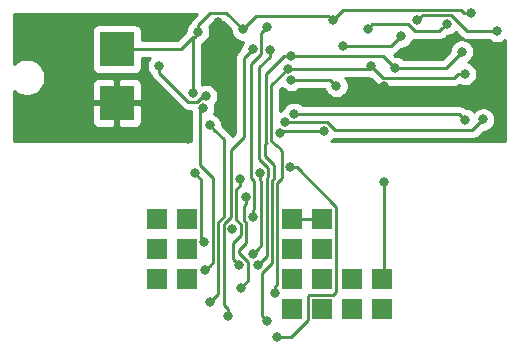
<source format=gbr>
G04 #@! TF.GenerationSoftware,KiCad,Pcbnew,(5.1.5)-3*
G04 #@! TF.CreationDate,2020-04-07T22:18:27-04:00*
G04 #@! TF.ProjectId,PicoTrackerWSPR2Rev2,5069636f-5472-4616-936b-657257535052,rev?*
G04 #@! TF.SameCoordinates,Original*
G04 #@! TF.FileFunction,Copper,L2,Bot*
G04 #@! TF.FilePolarity,Positive*
%FSLAX46Y46*%
G04 Gerber Fmt 4.6, Leading zero omitted, Abs format (unit mm)*
G04 Created by KiCad (PCBNEW (5.1.5)-3) date 2020-04-07 22:18:27*
%MOMM*%
%LPD*%
G04 APERTURE LIST*
%ADD10R,3.000000X3.000000*%
%ADD11R,1.700000X1.700000*%
%ADD12C,0.800000*%
%ADD13C,0.250000*%
%ADD14C,0.254000*%
G04 APERTURE END LIST*
D10*
X80010000Y-70253000D03*
X80010000Y-74803000D03*
D11*
X85979000Y-84645500D03*
X83439000Y-84645500D03*
X97409000Y-84645500D03*
X94869000Y-84645500D03*
X94869000Y-87185500D03*
X99949000Y-89725500D03*
X99949000Y-92265500D03*
X97409000Y-89725500D03*
X97409000Y-92265500D03*
X85979000Y-89725500D03*
X85979000Y-87185500D03*
X83439000Y-89725500D03*
X83439000Y-87185500D03*
X94869000Y-92265500D03*
X94869000Y-89725500D03*
X102489000Y-89725500D03*
X102489000Y-92265500D03*
X97409000Y-87185500D03*
D12*
X110744000Y-70866000D03*
X108458000Y-74168000D03*
X89662000Y-74168000D03*
X80264000Y-74676000D03*
X100050991Y-73660000D03*
X102597087Y-73406153D03*
X86614000Y-80771994D03*
X87429002Y-86614000D03*
X105410000Y-69850000D03*
X96774000Y-74168000D03*
X89478103Y-69729454D03*
X88551544Y-67916989D03*
X87868002Y-72009000D03*
X82880200Y-67614800D03*
X97536000Y-77216000D03*
X93827032Y-77355329D03*
X98298000Y-67818004D03*
X90678000Y-68580000D03*
X109972276Y-67198010D03*
X86878059Y-68794720D03*
X86437844Y-73964800D03*
X104064312Y-69166575D03*
X99146624Y-69987195D03*
X91943800Y-88506554D03*
X92959699Y-70317012D03*
X89429204Y-92819009D03*
X91509689Y-70270476D03*
X109486814Y-72353177D03*
X94507642Y-71895108D03*
X93377021Y-90932000D03*
X101555629Y-71704607D03*
X94742014Y-70866000D03*
X92713766Y-93269020D03*
X103559009Y-71840011D03*
X109236041Y-70461306D03*
X90502067Y-90450510D03*
X90932000Y-82803988D03*
X92119232Y-80725303D03*
X91537032Y-87593010D03*
X92719493Y-68366994D03*
X91538910Y-84474595D03*
X90424000Y-81248328D03*
X90330844Y-88485145D03*
X87884000Y-91694000D03*
X87884000Y-76708000D03*
X87468304Y-88978377D03*
X87330307Y-75218417D03*
X101253994Y-68543010D03*
X107950000Y-68098061D03*
X112180808Y-68697972D03*
X105426080Y-67818000D03*
X102616000Y-81534000D03*
X89780156Y-85438979D03*
X93566235Y-94615495D03*
X94705010Y-80264008D03*
X83592388Y-71664193D03*
X87552500Y-74222961D03*
X109474000Y-76236990D03*
X95022024Y-75727343D03*
X111026665Y-76196151D03*
X94278545Y-76396121D03*
X94787543Y-72855150D03*
X98600979Y-73366086D03*
D13*
X87154001Y-86338999D02*
X87429002Y-86614000D01*
X87154001Y-81311995D02*
X87154001Y-86338999D01*
X86614000Y-80771994D02*
X87154001Y-81311995D01*
X88551544Y-68802895D02*
X88551544Y-67916989D01*
X89478103Y-69729454D02*
X88551544Y-68802895D01*
X93966361Y-77216000D02*
X93827032Y-77355329D01*
X97536000Y-77216000D02*
X93966361Y-77216000D01*
X91077999Y-68180001D02*
X90678000Y-68580000D01*
X98298000Y-67818004D02*
X97898001Y-67418005D01*
X97898001Y-67418005D02*
X91839995Y-67418005D01*
X91839995Y-67418005D02*
X91077999Y-68180001D01*
X96309000Y-84645500D02*
X94869000Y-84645500D01*
X97409000Y-84645500D02*
X96309000Y-84645500D01*
X98298000Y-67818004D02*
X99192994Y-66923010D01*
X109131591Y-66923010D02*
X109406591Y-67198010D01*
X109406591Y-67198010D02*
X109972276Y-67198010D01*
X99192994Y-66923010D02*
X109131591Y-66923010D01*
X86478067Y-69194677D02*
X86593381Y-69194677D01*
X86878059Y-68909999D02*
X86878059Y-68794720D01*
X85419744Y-70253000D02*
X86478067Y-69194677D01*
X90678000Y-68580000D02*
X89289987Y-67191987D01*
X89289987Y-67191987D02*
X87915107Y-67191987D01*
X86878059Y-68229035D02*
X86878059Y-68794720D01*
X80010000Y-70253000D02*
X85419744Y-70253000D01*
X86593381Y-69194677D02*
X86878059Y-68909999D01*
X87915107Y-67191987D02*
X86878059Y-68229035D01*
X86478067Y-69194677D02*
X86437844Y-69234900D01*
X86437844Y-73399115D02*
X86437844Y-73964800D01*
X86437844Y-69234900D02*
X86437844Y-73399115D01*
X103243692Y-69987195D02*
X99712309Y-69987195D01*
X99712309Y-69987195D02*
X99146624Y-69987195D01*
X104064312Y-69166575D02*
X103243692Y-69987195D01*
X92055426Y-79557256D02*
X92055426Y-71786970D01*
X92844242Y-80346072D02*
X92055426Y-79557256D01*
X92844242Y-81042075D02*
X92844242Y-80346072D01*
X92713922Y-81172395D02*
X92844242Y-81042075D01*
X92055426Y-71786970D02*
X92959699Y-70882697D01*
X92713922Y-87736432D02*
X92713922Y-81172395D01*
X91943800Y-88506554D02*
X92713922Y-87736432D01*
X92959699Y-70882697D02*
X92959699Y-70317012D01*
X89055155Y-91879275D02*
X89055155Y-85093418D01*
X89429204Y-92253324D02*
X89055155Y-91879275D01*
X89662000Y-84486573D02*
X89662000Y-78809804D01*
X91109690Y-70670475D02*
X91509689Y-70270476D01*
X89055155Y-85093418D02*
X89662000Y-84486573D01*
X89429204Y-92819009D02*
X89429204Y-92253324D01*
X90786001Y-77685803D02*
X90786001Y-70994164D01*
X89662000Y-78809804D02*
X90786001Y-77685803D01*
X90786001Y-70994164D02*
X91109690Y-70670475D01*
X101365128Y-71895108D02*
X101555629Y-71704607D01*
X94507642Y-71895108D02*
X101365128Y-71895108D01*
X102532174Y-72681152D02*
X101955628Y-72104606D01*
X101955628Y-72104606D02*
X101555629Y-71704607D01*
X108921129Y-72353177D02*
X108593154Y-72681152D01*
X108593154Y-72681152D02*
X102532174Y-72681152D01*
X109486814Y-72353177D02*
X108921129Y-72353177D01*
X93377021Y-90366315D02*
X93377021Y-90932000D01*
X93615390Y-90127946D02*
X93377021Y-90366315D01*
X93980000Y-78865590D02*
X93980000Y-81179138D01*
X93980000Y-81179138D02*
X93615390Y-81543748D01*
X93102022Y-73300728D02*
X93102022Y-77987612D01*
X93615390Y-81543748D02*
X93615390Y-90127946D01*
X93486387Y-78371978D02*
X93492659Y-78371257D01*
X93806817Y-78652618D02*
X93806649Y-78692238D01*
X93102022Y-77987612D02*
X93486387Y-78371978D01*
X93492659Y-78371257D02*
X93538940Y-78408006D01*
X93806649Y-78692238D02*
X93980000Y-78865590D01*
X93564391Y-78408115D02*
X93806817Y-78652618D01*
X94507642Y-71895108D02*
X93102022Y-73300728D01*
X93538940Y-78408006D02*
X93564391Y-78408115D01*
X94176329Y-70866000D02*
X94742014Y-70866000D01*
X92652011Y-72390318D02*
X94176329Y-70866000D01*
X92652011Y-78174011D02*
X92652011Y-72390318D01*
X92710000Y-78232000D02*
X92652011Y-78174011D01*
X102584998Y-70866000D02*
X103559009Y-71840011D01*
X94742014Y-70866000D02*
X102584998Y-70866000D01*
X93163933Y-81358795D02*
X93163933Y-88359425D01*
X92652011Y-78174011D02*
X92537399Y-78288623D01*
X93294253Y-80086253D02*
X93294253Y-81228475D01*
X92537399Y-79329399D02*
X93294253Y-80086253D01*
X92537399Y-78288623D02*
X92537399Y-79329399D01*
X93294253Y-81228475D02*
X93163933Y-81358795D01*
X92313767Y-89209591D02*
X92313767Y-92869021D01*
X92313767Y-92869021D02*
X92713766Y-93269020D01*
X93163933Y-88359425D02*
X92313767Y-89209591D01*
X103559009Y-71840011D02*
X107857336Y-71840011D01*
X107857336Y-71840011D02*
X109236041Y-70461306D01*
X91149001Y-88277983D02*
X90355420Y-87484402D01*
X90955168Y-86650668D02*
X90955168Y-84904578D01*
X90812742Y-83488931D02*
X90932000Y-83369673D01*
X91149001Y-89803576D02*
X91149001Y-88277983D01*
X90955168Y-84904578D02*
X90812742Y-84762152D01*
X90812742Y-84762152D02*
X90812742Y-83488931D01*
X90355420Y-87250416D02*
X90955168Y-86650668D01*
X90355420Y-87484402D02*
X90355420Y-87250416D01*
X90932000Y-83369673D02*
X90932000Y-82803988D01*
X90502067Y-90450510D02*
X91149001Y-89803576D01*
X92263911Y-81435667D02*
X92263911Y-86866131D01*
X92263911Y-86866131D02*
X91937031Y-87193011D01*
X91937031Y-87193011D02*
X91537032Y-87593010D01*
X92119232Y-81290988D02*
X92263911Y-81435667D01*
X92119232Y-80725303D02*
X92119232Y-81290988D01*
X91657001Y-83790819D02*
X91538910Y-83908910D01*
X92234689Y-68851798D02*
X92234689Y-70618477D01*
X92719493Y-68366994D02*
X92234689Y-68851798D01*
X91538910Y-83908910D02*
X91538910Y-84474595D01*
X91657001Y-81439999D02*
X91657001Y-83790819D01*
X91352785Y-81135783D02*
X91657001Y-81439999D01*
X92234689Y-70618477D02*
X91352785Y-71500381D01*
X91352785Y-71500381D02*
X91352785Y-81135783D01*
X90112011Y-82126002D02*
X90112011Y-84697832D01*
X90424000Y-81248328D02*
X90424000Y-81814013D01*
X90424000Y-81814013D02*
X90112011Y-82126002D01*
X90112011Y-84697832D02*
X90505157Y-85090978D01*
X90505157Y-85090978D02*
X90505157Y-85969035D01*
X89821012Y-86653180D02*
X89821012Y-87975313D01*
X89821012Y-87975313D02*
X89930845Y-88085146D01*
X89930845Y-88085146D02*
X90330844Y-88485145D01*
X90505157Y-85969035D02*
X89821012Y-86653180D01*
X89059012Y-77883012D02*
X88283999Y-77107999D01*
X88605144Y-84907018D02*
X89059012Y-84453150D01*
X87884000Y-91694000D02*
X88605144Y-90972856D01*
X88283999Y-77107999D02*
X87884000Y-76708000D01*
X89059012Y-84453150D02*
X89059012Y-77883012D01*
X88605144Y-90972856D02*
X88605144Y-84907018D01*
X87330307Y-75218417D02*
X87027999Y-75520725D01*
X87027999Y-75520725D02*
X87027999Y-80046997D01*
X87027999Y-80046997D02*
X88154004Y-81173002D01*
X87868303Y-88578378D02*
X87468304Y-88978377D01*
X88154004Y-81173002D02*
X88154004Y-88292677D01*
X88154004Y-88292677D02*
X87868303Y-88578378D01*
X104701011Y-68143011D02*
X105283999Y-68725999D01*
X107550001Y-68498060D02*
X107950000Y-68098061D01*
X101253994Y-68543010D02*
X101653993Y-68143011D01*
X105283999Y-68725999D02*
X107322062Y-68725999D01*
X101653993Y-68143011D02*
X104701011Y-68143011D01*
X107322062Y-68725999D02*
X107550001Y-68498060D01*
X105826079Y-67418001D02*
X105426080Y-67818000D01*
X109649004Y-68697972D02*
X108324053Y-67373021D01*
X108324053Y-67373021D02*
X105871059Y-67373021D01*
X112180808Y-68697972D02*
X109649004Y-68697972D01*
X105871059Y-67373021D02*
X105826079Y-67418001D01*
X102616000Y-89598500D02*
X102489000Y-89725500D01*
X102616000Y-81534000D02*
X102616000Y-89598500D01*
X98584001Y-90835501D02*
X98584001Y-83577314D01*
X98584001Y-83577314D02*
X95270695Y-80264008D01*
X96298999Y-91090499D02*
X98329003Y-91090499D01*
X96233999Y-91155499D02*
X96298999Y-91090499D01*
X96233999Y-93185503D02*
X96233999Y-91155499D01*
X93566235Y-94615495D02*
X94804007Y-94615495D01*
X98329003Y-91090499D02*
X98584001Y-90835501D01*
X95270695Y-80264008D02*
X94705010Y-80264008D01*
X94804007Y-94615495D02*
X96233999Y-93185503D01*
X86785238Y-74717472D02*
X86079982Y-74717472D01*
X86079982Y-74717472D02*
X83592388Y-72229878D01*
X87552500Y-74222961D02*
X87279749Y-74222961D01*
X87279749Y-74222961D02*
X86785238Y-74717472D01*
X83592388Y-72229878D02*
X83592388Y-71664193D01*
X109474000Y-76236990D02*
X108964353Y-75727343D01*
X108964353Y-75727343D02*
X95587709Y-75727343D01*
X95587709Y-75727343D02*
X95022024Y-75727343D01*
X98501003Y-77107999D02*
X97845349Y-76452345D01*
X110114817Y-77107999D02*
X98501003Y-77107999D01*
X111026665Y-76196151D02*
X110114817Y-77107999D01*
X94334769Y-76452345D02*
X94278545Y-76396121D01*
X97845349Y-76452345D02*
X94334769Y-76452345D01*
X94787543Y-72855150D02*
X98090043Y-72855150D01*
X98090043Y-72855150D02*
X98600979Y-73366086D01*
D14*
G36*
X86367061Y-67665231D02*
G01*
X86338058Y-67689034D01*
X86288798Y-67749058D01*
X86243085Y-67804759D01*
X86181366Y-67920226D01*
X86172513Y-67936789D01*
X86129073Y-68079995D01*
X86074122Y-68134946D01*
X85960854Y-68304464D01*
X85882833Y-68492822D01*
X85843059Y-68692781D01*
X85843059Y-68754883D01*
X85104943Y-69493000D01*
X82148072Y-69493000D01*
X82148072Y-68753000D01*
X82135812Y-68628518D01*
X82099502Y-68508820D01*
X82040537Y-68398506D01*
X81961185Y-68301815D01*
X81864494Y-68222463D01*
X81754180Y-68163498D01*
X81634482Y-68127188D01*
X81510000Y-68114928D01*
X78510000Y-68114928D01*
X78385518Y-68127188D01*
X78265820Y-68163498D01*
X78155506Y-68222463D01*
X78058815Y-68301815D01*
X77979463Y-68398506D01*
X77920498Y-68508820D01*
X77884188Y-68628518D01*
X77871928Y-68753000D01*
X77871928Y-71753000D01*
X77884188Y-71877482D01*
X77920498Y-71997180D01*
X77979463Y-72107494D01*
X78058815Y-72204185D01*
X78155506Y-72283537D01*
X78265820Y-72342502D01*
X78385518Y-72378812D01*
X78510000Y-72391072D01*
X81510000Y-72391072D01*
X81634482Y-72378812D01*
X81754180Y-72342502D01*
X81864494Y-72283537D01*
X81961185Y-72204185D01*
X82040537Y-72107494D01*
X82099502Y-71997180D01*
X82135812Y-71877482D01*
X82148072Y-71753000D01*
X82148072Y-71013000D01*
X82782717Y-71013000D01*
X82675183Y-71173937D01*
X82597162Y-71362295D01*
X82557388Y-71562254D01*
X82557388Y-71766132D01*
X82597162Y-71966091D01*
X82675183Y-72154449D01*
X82788451Y-72323967D01*
X82843402Y-72378918D01*
X82877861Y-72492516D01*
X82886842Y-72522124D01*
X82957414Y-72654154D01*
X82994256Y-72699045D01*
X83052387Y-72769879D01*
X83081391Y-72793682D01*
X85516183Y-75228475D01*
X85539981Y-75257473D01*
X85655706Y-75352446D01*
X85787735Y-75423018D01*
X85930996Y-75466475D01*
X86042649Y-75477472D01*
X86042658Y-75477472D01*
X86079981Y-75481148D01*
X86117304Y-75477472D01*
X86268582Y-75477472D01*
X86267999Y-75483393D01*
X86267999Y-75483403D01*
X86264323Y-75520725D01*
X86267999Y-75558048D01*
X86268000Y-78009781D01*
X86263063Y-78009781D01*
X86072914Y-78047604D01*
X86012171Y-78072765D01*
X85986283Y-78064912D01*
X85885647Y-78055000D01*
X85852000Y-78051686D01*
X85818353Y-78055000D01*
X71297000Y-78055000D01*
X71297000Y-76303000D01*
X77871928Y-76303000D01*
X77884188Y-76427482D01*
X77920498Y-76547180D01*
X77979463Y-76657494D01*
X78058815Y-76754185D01*
X78155506Y-76833537D01*
X78265820Y-76892502D01*
X78385518Y-76928812D01*
X78510000Y-76941072D01*
X79724250Y-76938000D01*
X79883000Y-76779250D01*
X79883000Y-74930000D01*
X80137000Y-74930000D01*
X80137000Y-76779250D01*
X80295750Y-76938000D01*
X81510000Y-76941072D01*
X81634482Y-76928812D01*
X81754180Y-76892502D01*
X81864494Y-76833537D01*
X81961185Y-76754185D01*
X82040537Y-76657494D01*
X82099502Y-76547180D01*
X82135812Y-76427482D01*
X82148072Y-76303000D01*
X82145000Y-75088750D01*
X81986250Y-74930000D01*
X80137000Y-74930000D01*
X79883000Y-74930000D01*
X78033750Y-74930000D01*
X77875000Y-75088750D01*
X77871928Y-76303000D01*
X71297000Y-76303000D01*
X71297000Y-73794402D01*
X71378777Y-73876179D01*
X71638594Y-74049782D01*
X71927286Y-74169363D01*
X72233761Y-74230324D01*
X72546239Y-74230324D01*
X72852714Y-74169363D01*
X73141406Y-74049782D01*
X73401223Y-73876179D01*
X73622179Y-73655223D01*
X73795782Y-73395406D01*
X73834058Y-73303000D01*
X77871928Y-73303000D01*
X77875000Y-74517250D01*
X78033750Y-74676000D01*
X79883000Y-74676000D01*
X79883000Y-72826750D01*
X80137000Y-72826750D01*
X80137000Y-74676000D01*
X81986250Y-74676000D01*
X82145000Y-74517250D01*
X82148072Y-73303000D01*
X82135812Y-73178518D01*
X82099502Y-73058820D01*
X82040537Y-72948506D01*
X81961185Y-72851815D01*
X81864494Y-72772463D01*
X81754180Y-72713498D01*
X81634482Y-72677188D01*
X81510000Y-72664928D01*
X80295750Y-72668000D01*
X80137000Y-72826750D01*
X79883000Y-72826750D01*
X79724250Y-72668000D01*
X78510000Y-72664928D01*
X78385518Y-72677188D01*
X78265820Y-72713498D01*
X78155506Y-72772463D01*
X78058815Y-72851815D01*
X77979463Y-72948506D01*
X77920498Y-73058820D01*
X77884188Y-73178518D01*
X77871928Y-73303000D01*
X73834058Y-73303000D01*
X73915363Y-73106714D01*
X73976324Y-72800239D01*
X73976324Y-72487761D01*
X73915363Y-72181286D01*
X73795782Y-71892594D01*
X73622179Y-71632777D01*
X73401223Y-71411821D01*
X73141406Y-71238218D01*
X72852714Y-71118637D01*
X72546239Y-71057676D01*
X72233761Y-71057676D01*
X71927286Y-71118637D01*
X71638594Y-71238218D01*
X71378777Y-71411821D01*
X71297000Y-71493598D01*
X71297000Y-67233000D01*
X86799293Y-67233000D01*
X86367061Y-67665231D01*
G37*
X86367061Y-67665231D02*
X86338058Y-67689034D01*
X86288798Y-67749058D01*
X86243085Y-67804759D01*
X86181366Y-67920226D01*
X86172513Y-67936789D01*
X86129073Y-68079995D01*
X86074122Y-68134946D01*
X85960854Y-68304464D01*
X85882833Y-68492822D01*
X85843059Y-68692781D01*
X85843059Y-68754883D01*
X85104943Y-69493000D01*
X82148072Y-69493000D01*
X82148072Y-68753000D01*
X82135812Y-68628518D01*
X82099502Y-68508820D01*
X82040537Y-68398506D01*
X81961185Y-68301815D01*
X81864494Y-68222463D01*
X81754180Y-68163498D01*
X81634482Y-68127188D01*
X81510000Y-68114928D01*
X78510000Y-68114928D01*
X78385518Y-68127188D01*
X78265820Y-68163498D01*
X78155506Y-68222463D01*
X78058815Y-68301815D01*
X77979463Y-68398506D01*
X77920498Y-68508820D01*
X77884188Y-68628518D01*
X77871928Y-68753000D01*
X77871928Y-71753000D01*
X77884188Y-71877482D01*
X77920498Y-71997180D01*
X77979463Y-72107494D01*
X78058815Y-72204185D01*
X78155506Y-72283537D01*
X78265820Y-72342502D01*
X78385518Y-72378812D01*
X78510000Y-72391072D01*
X81510000Y-72391072D01*
X81634482Y-72378812D01*
X81754180Y-72342502D01*
X81864494Y-72283537D01*
X81961185Y-72204185D01*
X82040537Y-72107494D01*
X82099502Y-71997180D01*
X82135812Y-71877482D01*
X82148072Y-71753000D01*
X82148072Y-71013000D01*
X82782717Y-71013000D01*
X82675183Y-71173937D01*
X82597162Y-71362295D01*
X82557388Y-71562254D01*
X82557388Y-71766132D01*
X82597162Y-71966091D01*
X82675183Y-72154449D01*
X82788451Y-72323967D01*
X82843402Y-72378918D01*
X82877861Y-72492516D01*
X82886842Y-72522124D01*
X82957414Y-72654154D01*
X82994256Y-72699045D01*
X83052387Y-72769879D01*
X83081391Y-72793682D01*
X85516183Y-75228475D01*
X85539981Y-75257473D01*
X85655706Y-75352446D01*
X85787735Y-75423018D01*
X85930996Y-75466475D01*
X86042649Y-75477472D01*
X86042658Y-75477472D01*
X86079981Y-75481148D01*
X86117304Y-75477472D01*
X86268582Y-75477472D01*
X86267999Y-75483393D01*
X86267999Y-75483403D01*
X86264323Y-75520725D01*
X86267999Y-75558048D01*
X86268000Y-78009781D01*
X86263063Y-78009781D01*
X86072914Y-78047604D01*
X86012171Y-78072765D01*
X85986283Y-78064912D01*
X85885647Y-78055000D01*
X85852000Y-78051686D01*
X85818353Y-78055000D01*
X71297000Y-78055000D01*
X71297000Y-76303000D01*
X77871928Y-76303000D01*
X77884188Y-76427482D01*
X77920498Y-76547180D01*
X77979463Y-76657494D01*
X78058815Y-76754185D01*
X78155506Y-76833537D01*
X78265820Y-76892502D01*
X78385518Y-76928812D01*
X78510000Y-76941072D01*
X79724250Y-76938000D01*
X79883000Y-76779250D01*
X79883000Y-74930000D01*
X80137000Y-74930000D01*
X80137000Y-76779250D01*
X80295750Y-76938000D01*
X81510000Y-76941072D01*
X81634482Y-76928812D01*
X81754180Y-76892502D01*
X81864494Y-76833537D01*
X81961185Y-76754185D01*
X82040537Y-76657494D01*
X82099502Y-76547180D01*
X82135812Y-76427482D01*
X82148072Y-76303000D01*
X82145000Y-75088750D01*
X81986250Y-74930000D01*
X80137000Y-74930000D01*
X79883000Y-74930000D01*
X78033750Y-74930000D01*
X77875000Y-75088750D01*
X77871928Y-76303000D01*
X71297000Y-76303000D01*
X71297000Y-73794402D01*
X71378777Y-73876179D01*
X71638594Y-74049782D01*
X71927286Y-74169363D01*
X72233761Y-74230324D01*
X72546239Y-74230324D01*
X72852714Y-74169363D01*
X73141406Y-74049782D01*
X73401223Y-73876179D01*
X73622179Y-73655223D01*
X73795782Y-73395406D01*
X73834058Y-73303000D01*
X77871928Y-73303000D01*
X77875000Y-74517250D01*
X78033750Y-74676000D01*
X79883000Y-74676000D01*
X79883000Y-72826750D01*
X80137000Y-72826750D01*
X80137000Y-74676000D01*
X81986250Y-74676000D01*
X82145000Y-74517250D01*
X82148072Y-73303000D01*
X82135812Y-73178518D01*
X82099502Y-73058820D01*
X82040537Y-72948506D01*
X81961185Y-72851815D01*
X81864494Y-72772463D01*
X81754180Y-72713498D01*
X81634482Y-72677188D01*
X81510000Y-72664928D01*
X80295750Y-72668000D01*
X80137000Y-72826750D01*
X79883000Y-72826750D01*
X79724250Y-72668000D01*
X78510000Y-72664928D01*
X78385518Y-72677188D01*
X78265820Y-72713498D01*
X78155506Y-72772463D01*
X78058815Y-72851815D01*
X77979463Y-72948506D01*
X77920498Y-73058820D01*
X77884188Y-73178518D01*
X77871928Y-73303000D01*
X73834058Y-73303000D01*
X73915363Y-73106714D01*
X73976324Y-72800239D01*
X73976324Y-72487761D01*
X73915363Y-72181286D01*
X73795782Y-71892594D01*
X73622179Y-71632777D01*
X73401223Y-71411821D01*
X73141406Y-71238218D01*
X72852714Y-71118637D01*
X72546239Y-71057676D01*
X72233761Y-71057676D01*
X71927286Y-71118637D01*
X71638594Y-71238218D01*
X71378777Y-71411821D01*
X71297000Y-71493598D01*
X71297000Y-67233000D01*
X86799293Y-67233000D01*
X86367061Y-67665231D01*
G36*
X109085205Y-69208975D02*
G01*
X109109003Y-69237973D01*
X109224728Y-69332946D01*
X109356757Y-69403518D01*
X109500018Y-69446975D01*
X109611671Y-69457972D01*
X109611679Y-69457972D01*
X109649004Y-69461648D01*
X109686329Y-69457972D01*
X111477097Y-69457972D01*
X111521034Y-69501909D01*
X111690552Y-69615177D01*
X111878910Y-69693198D01*
X112078869Y-69732972D01*
X112282747Y-69732972D01*
X112482706Y-69693198D01*
X112671064Y-69615177D01*
X112840582Y-69501909D01*
X112853000Y-69489491D01*
X112853001Y-78055000D01*
X98143298Y-78055000D01*
X98195774Y-78019937D01*
X98339937Y-77875774D01*
X98352451Y-77857045D01*
X98463670Y-77867999D01*
X98463678Y-77867999D01*
X98501003Y-77871675D01*
X98538328Y-77867999D01*
X110077495Y-77867999D01*
X110114817Y-77871675D01*
X110152139Y-77867999D01*
X110152150Y-77867999D01*
X110263803Y-77857002D01*
X110407064Y-77813545D01*
X110539093Y-77742973D01*
X110654818Y-77648000D01*
X110678620Y-77618997D01*
X111066466Y-77231151D01*
X111128604Y-77231151D01*
X111328563Y-77191377D01*
X111516921Y-77113356D01*
X111686439Y-77000088D01*
X111830602Y-76855925D01*
X111943870Y-76686407D01*
X112021891Y-76498049D01*
X112061665Y-76298090D01*
X112061665Y-76094212D01*
X112021891Y-75894253D01*
X111943870Y-75705895D01*
X111830602Y-75536377D01*
X111686439Y-75392214D01*
X111516921Y-75278946D01*
X111328563Y-75200925D01*
X111128604Y-75161151D01*
X110924726Y-75161151D01*
X110724767Y-75200925D01*
X110536409Y-75278946D01*
X110366891Y-75392214D01*
X110229913Y-75529192D01*
X110133774Y-75433053D01*
X109964256Y-75319785D01*
X109775898Y-75241764D01*
X109575939Y-75201990D01*
X109516375Y-75201990D01*
X109504354Y-75187342D01*
X109388629Y-75092369D01*
X109256600Y-75021797D01*
X109113339Y-74978340D01*
X109001686Y-74967343D01*
X109001675Y-74967343D01*
X108964353Y-74963667D01*
X108927031Y-74967343D01*
X95725735Y-74967343D01*
X95681798Y-74923406D01*
X95512280Y-74810138D01*
X95323922Y-74732117D01*
X95123963Y-74692343D01*
X94920085Y-74692343D01*
X94720126Y-74732117D01*
X94531768Y-74810138D01*
X94362250Y-74923406D01*
X94218087Y-75067569D01*
X94104819Y-75237087D01*
X94042383Y-75387819D01*
X93976647Y-75400895D01*
X93862022Y-75448375D01*
X93862022Y-73615529D01*
X93975203Y-73502348D01*
X93983606Y-73514924D01*
X94127769Y-73659087D01*
X94297287Y-73772355D01*
X94485645Y-73850376D01*
X94685604Y-73890150D01*
X94889482Y-73890150D01*
X95089441Y-73850376D01*
X95277799Y-73772355D01*
X95447317Y-73659087D01*
X95491254Y-73615150D01*
X97595244Y-73615150D01*
X97605753Y-73667984D01*
X97683774Y-73856342D01*
X97797042Y-74025860D01*
X97941205Y-74170023D01*
X98110723Y-74283291D01*
X98299081Y-74361312D01*
X98499040Y-74401086D01*
X98702918Y-74401086D01*
X98902877Y-74361312D01*
X99091235Y-74283291D01*
X99260753Y-74170023D01*
X99404916Y-74025860D01*
X99518184Y-73856342D01*
X99596205Y-73667984D01*
X99635979Y-73468025D01*
X99635979Y-73264147D01*
X99596205Y-73064188D01*
X99518184Y-72875830D01*
X99404916Y-72706312D01*
X99353712Y-72655108D01*
X101145756Y-72655108D01*
X101253731Y-72699833D01*
X101453690Y-72739607D01*
X101515828Y-72739607D01*
X101968374Y-73192154D01*
X101992173Y-73221153D01*
X102107898Y-73316126D01*
X102239927Y-73386698D01*
X102383188Y-73430155D01*
X102494841Y-73441152D01*
X102494850Y-73441152D01*
X102532173Y-73444828D01*
X102569496Y-73441152D01*
X108555832Y-73441152D01*
X108593154Y-73444828D01*
X108630476Y-73441152D01*
X108630487Y-73441152D01*
X108742140Y-73430155D01*
X108885401Y-73386698D01*
X109017430Y-73316126D01*
X109047472Y-73291471D01*
X109184916Y-73348403D01*
X109384875Y-73388177D01*
X109588753Y-73388177D01*
X109788712Y-73348403D01*
X109977070Y-73270382D01*
X110146588Y-73157114D01*
X110290751Y-73012951D01*
X110404019Y-72843433D01*
X110482040Y-72655075D01*
X110521814Y-72455116D01*
X110521814Y-72251238D01*
X110482040Y-72051279D01*
X110404019Y-71862921D01*
X110290751Y-71693403D01*
X110146588Y-71549240D01*
X109977070Y-71435972D01*
X109788712Y-71357951D01*
X109764327Y-71353100D01*
X109895815Y-71265243D01*
X110039978Y-71121080D01*
X110153246Y-70951562D01*
X110231267Y-70763204D01*
X110271041Y-70563245D01*
X110271041Y-70359367D01*
X110231267Y-70159408D01*
X110153246Y-69971050D01*
X110039978Y-69801532D01*
X109895815Y-69657369D01*
X109726297Y-69544101D01*
X109537939Y-69466080D01*
X109337980Y-69426306D01*
X109134102Y-69426306D01*
X108934143Y-69466080D01*
X108745785Y-69544101D01*
X108576267Y-69657369D01*
X108432104Y-69801532D01*
X108318836Y-69971050D01*
X108240815Y-70159408D01*
X108201041Y-70359367D01*
X108201041Y-70421504D01*
X107542535Y-71080011D01*
X104262720Y-71080011D01*
X104218783Y-71036074D01*
X104049265Y-70922806D01*
X103860907Y-70844785D01*
X103660948Y-70805011D01*
X103598810Y-70805011D01*
X103498037Y-70704238D01*
X103535939Y-70692741D01*
X103667968Y-70622169D01*
X103783693Y-70527196D01*
X103807495Y-70498193D01*
X104104113Y-70201575D01*
X104166251Y-70201575D01*
X104366210Y-70161801D01*
X104554568Y-70083780D01*
X104724086Y-69970512D01*
X104868249Y-69826349D01*
X104981517Y-69656831D01*
X105059538Y-69468473D01*
X105062608Y-69453039D01*
X105135013Y-69475002D01*
X105283999Y-69489676D01*
X105321332Y-69485999D01*
X107284740Y-69485999D01*
X107322062Y-69489675D01*
X107359384Y-69485999D01*
X107359395Y-69485999D01*
X107471048Y-69475002D01*
X107614309Y-69431545D01*
X107746338Y-69360973D01*
X107862063Y-69266000D01*
X107885865Y-69236997D01*
X107989802Y-69133061D01*
X108051939Y-69133061D01*
X108251898Y-69093287D01*
X108440256Y-69015266D01*
X108609774Y-68901998D01*
X108694001Y-68817771D01*
X109085205Y-69208975D01*
G37*
X109085205Y-69208975D02*
X109109003Y-69237973D01*
X109224728Y-69332946D01*
X109356757Y-69403518D01*
X109500018Y-69446975D01*
X109611671Y-69457972D01*
X109611679Y-69457972D01*
X109649004Y-69461648D01*
X109686329Y-69457972D01*
X111477097Y-69457972D01*
X111521034Y-69501909D01*
X111690552Y-69615177D01*
X111878910Y-69693198D01*
X112078869Y-69732972D01*
X112282747Y-69732972D01*
X112482706Y-69693198D01*
X112671064Y-69615177D01*
X112840582Y-69501909D01*
X112853000Y-69489491D01*
X112853001Y-78055000D01*
X98143298Y-78055000D01*
X98195774Y-78019937D01*
X98339937Y-77875774D01*
X98352451Y-77857045D01*
X98463670Y-77867999D01*
X98463678Y-77867999D01*
X98501003Y-77871675D01*
X98538328Y-77867999D01*
X110077495Y-77867999D01*
X110114817Y-77871675D01*
X110152139Y-77867999D01*
X110152150Y-77867999D01*
X110263803Y-77857002D01*
X110407064Y-77813545D01*
X110539093Y-77742973D01*
X110654818Y-77648000D01*
X110678620Y-77618997D01*
X111066466Y-77231151D01*
X111128604Y-77231151D01*
X111328563Y-77191377D01*
X111516921Y-77113356D01*
X111686439Y-77000088D01*
X111830602Y-76855925D01*
X111943870Y-76686407D01*
X112021891Y-76498049D01*
X112061665Y-76298090D01*
X112061665Y-76094212D01*
X112021891Y-75894253D01*
X111943870Y-75705895D01*
X111830602Y-75536377D01*
X111686439Y-75392214D01*
X111516921Y-75278946D01*
X111328563Y-75200925D01*
X111128604Y-75161151D01*
X110924726Y-75161151D01*
X110724767Y-75200925D01*
X110536409Y-75278946D01*
X110366891Y-75392214D01*
X110229913Y-75529192D01*
X110133774Y-75433053D01*
X109964256Y-75319785D01*
X109775898Y-75241764D01*
X109575939Y-75201990D01*
X109516375Y-75201990D01*
X109504354Y-75187342D01*
X109388629Y-75092369D01*
X109256600Y-75021797D01*
X109113339Y-74978340D01*
X109001686Y-74967343D01*
X109001675Y-74967343D01*
X108964353Y-74963667D01*
X108927031Y-74967343D01*
X95725735Y-74967343D01*
X95681798Y-74923406D01*
X95512280Y-74810138D01*
X95323922Y-74732117D01*
X95123963Y-74692343D01*
X94920085Y-74692343D01*
X94720126Y-74732117D01*
X94531768Y-74810138D01*
X94362250Y-74923406D01*
X94218087Y-75067569D01*
X94104819Y-75237087D01*
X94042383Y-75387819D01*
X93976647Y-75400895D01*
X93862022Y-75448375D01*
X93862022Y-73615529D01*
X93975203Y-73502348D01*
X93983606Y-73514924D01*
X94127769Y-73659087D01*
X94297287Y-73772355D01*
X94485645Y-73850376D01*
X94685604Y-73890150D01*
X94889482Y-73890150D01*
X95089441Y-73850376D01*
X95277799Y-73772355D01*
X95447317Y-73659087D01*
X95491254Y-73615150D01*
X97595244Y-73615150D01*
X97605753Y-73667984D01*
X97683774Y-73856342D01*
X97797042Y-74025860D01*
X97941205Y-74170023D01*
X98110723Y-74283291D01*
X98299081Y-74361312D01*
X98499040Y-74401086D01*
X98702918Y-74401086D01*
X98902877Y-74361312D01*
X99091235Y-74283291D01*
X99260753Y-74170023D01*
X99404916Y-74025860D01*
X99518184Y-73856342D01*
X99596205Y-73667984D01*
X99635979Y-73468025D01*
X99635979Y-73264147D01*
X99596205Y-73064188D01*
X99518184Y-72875830D01*
X99404916Y-72706312D01*
X99353712Y-72655108D01*
X101145756Y-72655108D01*
X101253731Y-72699833D01*
X101453690Y-72739607D01*
X101515828Y-72739607D01*
X101968374Y-73192154D01*
X101992173Y-73221153D01*
X102107898Y-73316126D01*
X102239927Y-73386698D01*
X102383188Y-73430155D01*
X102494841Y-73441152D01*
X102494850Y-73441152D01*
X102532173Y-73444828D01*
X102569496Y-73441152D01*
X108555832Y-73441152D01*
X108593154Y-73444828D01*
X108630476Y-73441152D01*
X108630487Y-73441152D01*
X108742140Y-73430155D01*
X108885401Y-73386698D01*
X109017430Y-73316126D01*
X109047472Y-73291471D01*
X109184916Y-73348403D01*
X109384875Y-73388177D01*
X109588753Y-73388177D01*
X109788712Y-73348403D01*
X109977070Y-73270382D01*
X110146588Y-73157114D01*
X110290751Y-73012951D01*
X110404019Y-72843433D01*
X110482040Y-72655075D01*
X110521814Y-72455116D01*
X110521814Y-72251238D01*
X110482040Y-72051279D01*
X110404019Y-71862921D01*
X110290751Y-71693403D01*
X110146588Y-71549240D01*
X109977070Y-71435972D01*
X109788712Y-71357951D01*
X109764327Y-71353100D01*
X109895815Y-71265243D01*
X110039978Y-71121080D01*
X110153246Y-70951562D01*
X110231267Y-70763204D01*
X110271041Y-70563245D01*
X110271041Y-70359367D01*
X110231267Y-70159408D01*
X110153246Y-69971050D01*
X110039978Y-69801532D01*
X109895815Y-69657369D01*
X109726297Y-69544101D01*
X109537939Y-69466080D01*
X109337980Y-69426306D01*
X109134102Y-69426306D01*
X108934143Y-69466080D01*
X108745785Y-69544101D01*
X108576267Y-69657369D01*
X108432104Y-69801532D01*
X108318836Y-69971050D01*
X108240815Y-70159408D01*
X108201041Y-70359367D01*
X108201041Y-70421504D01*
X107542535Y-71080011D01*
X104262720Y-71080011D01*
X104218783Y-71036074D01*
X104049265Y-70922806D01*
X103860907Y-70844785D01*
X103660948Y-70805011D01*
X103598810Y-70805011D01*
X103498037Y-70704238D01*
X103535939Y-70692741D01*
X103667968Y-70622169D01*
X103783693Y-70527196D01*
X103807495Y-70498193D01*
X104104113Y-70201575D01*
X104166251Y-70201575D01*
X104366210Y-70161801D01*
X104554568Y-70083780D01*
X104724086Y-69970512D01*
X104868249Y-69826349D01*
X104981517Y-69656831D01*
X105059538Y-69468473D01*
X105062608Y-69453039D01*
X105135013Y-69475002D01*
X105283999Y-69489676D01*
X105321332Y-69485999D01*
X107284740Y-69485999D01*
X107322062Y-69489675D01*
X107359384Y-69485999D01*
X107359395Y-69485999D01*
X107471048Y-69475002D01*
X107614309Y-69431545D01*
X107746338Y-69360973D01*
X107862063Y-69266000D01*
X107885865Y-69236997D01*
X107989802Y-69133061D01*
X108051939Y-69133061D01*
X108251898Y-69093287D01*
X108440256Y-69015266D01*
X108609774Y-68901998D01*
X108694001Y-68817771D01*
X109085205Y-69208975D01*
G36*
X89643000Y-68619802D02*
G01*
X89643000Y-68681939D01*
X89682774Y-68881898D01*
X89760795Y-69070256D01*
X89874063Y-69239774D01*
X90018226Y-69383937D01*
X90187744Y-69497205D01*
X90376102Y-69575226D01*
X90576061Y-69615000D01*
X90702880Y-69615000D01*
X90592484Y-69780220D01*
X90514463Y-69968578D01*
X90474689Y-70168537D01*
X90474689Y-70230674D01*
X90274998Y-70430365D01*
X90246001Y-70454163D01*
X90222203Y-70483161D01*
X90222202Y-70483162D01*
X90151027Y-70569888D01*
X90080455Y-70701918D01*
X90062615Y-70760732D01*
X90036999Y-70845178D01*
X90031166Y-70904400D01*
X90022325Y-70994164D01*
X90026002Y-71031496D01*
X90026001Y-77371000D01*
X89774258Y-77622743D01*
X89764558Y-77590765D01*
X89737220Y-77539620D01*
X89693986Y-77458735D01*
X89622811Y-77372009D01*
X89599013Y-77343011D01*
X89570014Y-77319213D01*
X88919000Y-76668199D01*
X88919000Y-76606061D01*
X88879226Y-76406102D01*
X88801205Y-76217744D01*
X88687937Y-76048226D01*
X88543774Y-75904063D01*
X88374256Y-75790795D01*
X88232010Y-75731874D01*
X88247512Y-75708673D01*
X88325533Y-75520315D01*
X88365307Y-75320356D01*
X88365307Y-75116478D01*
X88325533Y-74916519D01*
X88324689Y-74914483D01*
X88356437Y-74882735D01*
X88469705Y-74713217D01*
X88547726Y-74524859D01*
X88587500Y-74324900D01*
X88587500Y-74121022D01*
X88547726Y-73921063D01*
X88469705Y-73732705D01*
X88356437Y-73563187D01*
X88212274Y-73419024D01*
X88042756Y-73305756D01*
X87854398Y-73227735D01*
X87654439Y-73187961D01*
X87450561Y-73187961D01*
X87250602Y-73227735D01*
X87197844Y-73249588D01*
X87197844Y-69782537D01*
X87368315Y-69711925D01*
X87537833Y-69598657D01*
X87681996Y-69454494D01*
X87795264Y-69284976D01*
X87873285Y-69096618D01*
X87913059Y-68896659D01*
X87913059Y-68692781D01*
X87873285Y-68492822D01*
X87819330Y-68362565D01*
X88229909Y-67951987D01*
X88975186Y-67951987D01*
X89643000Y-68619802D01*
G37*
X89643000Y-68619802D02*
X89643000Y-68681939D01*
X89682774Y-68881898D01*
X89760795Y-69070256D01*
X89874063Y-69239774D01*
X90018226Y-69383937D01*
X90187744Y-69497205D01*
X90376102Y-69575226D01*
X90576061Y-69615000D01*
X90702880Y-69615000D01*
X90592484Y-69780220D01*
X90514463Y-69968578D01*
X90474689Y-70168537D01*
X90474689Y-70230674D01*
X90274998Y-70430365D01*
X90246001Y-70454163D01*
X90222203Y-70483161D01*
X90222202Y-70483162D01*
X90151027Y-70569888D01*
X90080455Y-70701918D01*
X90062615Y-70760732D01*
X90036999Y-70845178D01*
X90031166Y-70904400D01*
X90022325Y-70994164D01*
X90026002Y-71031496D01*
X90026001Y-77371000D01*
X89774258Y-77622743D01*
X89764558Y-77590765D01*
X89737220Y-77539620D01*
X89693986Y-77458735D01*
X89622811Y-77372009D01*
X89599013Y-77343011D01*
X89570014Y-77319213D01*
X88919000Y-76668199D01*
X88919000Y-76606061D01*
X88879226Y-76406102D01*
X88801205Y-76217744D01*
X88687937Y-76048226D01*
X88543774Y-75904063D01*
X88374256Y-75790795D01*
X88232010Y-75731874D01*
X88247512Y-75708673D01*
X88325533Y-75520315D01*
X88365307Y-75320356D01*
X88365307Y-75116478D01*
X88325533Y-74916519D01*
X88324689Y-74914483D01*
X88356437Y-74882735D01*
X88469705Y-74713217D01*
X88547726Y-74524859D01*
X88587500Y-74324900D01*
X88587500Y-74121022D01*
X88547726Y-73921063D01*
X88469705Y-73732705D01*
X88356437Y-73563187D01*
X88212274Y-73419024D01*
X88042756Y-73305756D01*
X87854398Y-73227735D01*
X87654439Y-73187961D01*
X87450561Y-73187961D01*
X87250602Y-73227735D01*
X87197844Y-73249588D01*
X87197844Y-69782537D01*
X87368315Y-69711925D01*
X87537833Y-69598657D01*
X87681996Y-69454494D01*
X87795264Y-69284976D01*
X87873285Y-69096618D01*
X87913059Y-68896659D01*
X87913059Y-68692781D01*
X87873285Y-68492822D01*
X87819330Y-68362565D01*
X88229909Y-67951987D01*
X88975186Y-67951987D01*
X89643000Y-68619802D01*
M02*

</source>
